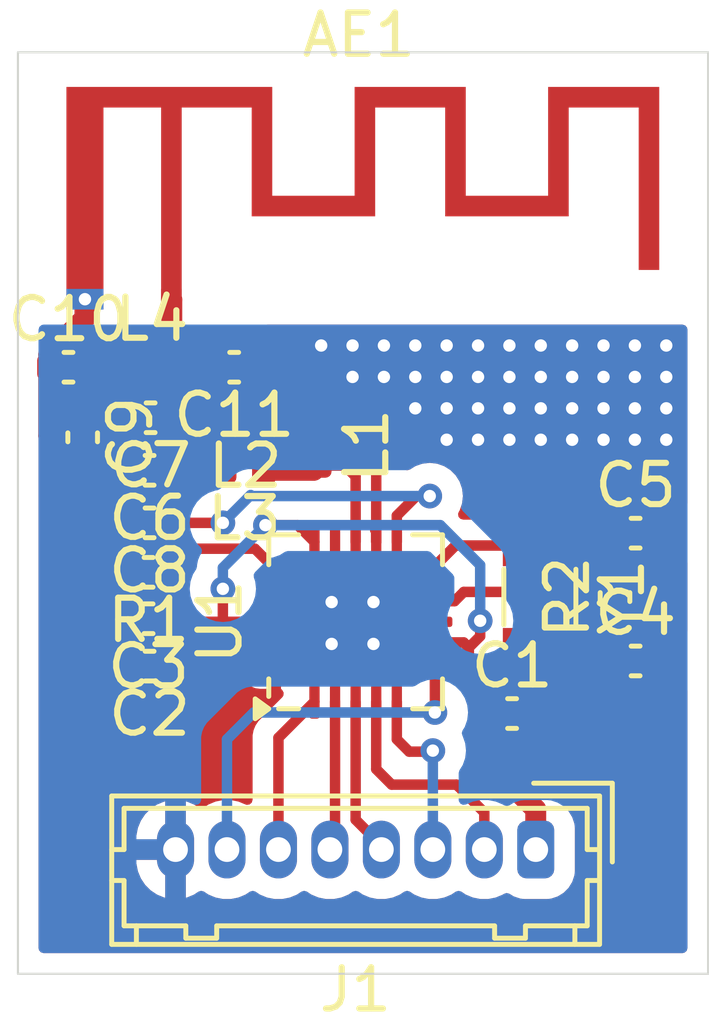
<source format=kicad_pcb>
(kicad_pcb (version 20240108) (generator "pcbnew") (generator_version "8.0")
  (layers (0 "F.Cu" signal) (31 "B.Cu" signal) (34 "B.Paste" user) (35 "F.Paste" user) (36 "B.SilkS" user "B.Silkscreen") (37 "F.SilkS" user "F.Silkscreen") (38 "B.Mask" user) (39 "F.Mask" user) (44 "Edge.Cuts" user))
  (net 0 "")
  (net 1 "Net-(AE1-A)")
  (net 2 "GND")
  (net 3 "VDD")
  (net 4 "Net-(U1-DVDD)")
  (net 5 "Net-(U1-XC2)")
  (net 6 "Net-(U1-XC1)")
  (net 7 "Net-(U1-VDD_PA)")
  (net 8 "Net-(C10-Pad2)")
  (net 9 "Net-(C7-Pad1)")
  (net 10 "Net-(J1-Pin_2)")
  (net 11 "Net-(J1-Pin_6)")
  (net 12 "Net-(J1-Pin_5)")
  (net 13 "Net-(J1-Pin_7)")
  (net 14 "Net-(J1-Pin_4)")
  (net 15 "Net-(J1-Pin_3)")
  (net 16 "Net-(U1-ANT1)")
  (net 17 "Net-(U1-ANT2)")
  (net 18 "Net-(U1-IREF)")
  (footprint "Capacitor_SMD:C_0402_1005Metric" (layer "F.Cu") (at 83.995 68.3 180)
    (property "Reference" "C7" (at 0 -1.16 360) (layer "F.SilkS"))
    (property "Value" "1p5")
    (fp_line (start -0.107836 0.36) (end 0.107836 0.36) (stroke (width 0.12)) (layer "F.SilkS"))
    (fp_line (start -0.107836 -0.36) (end 0.107836 -0.36) (stroke (width 0.12)) (layer "F.SilkS"))
    (pad "1" smd roundrect (at -0.48 0 180) (size 0.56 0.62) (layers "F.Cu" "F.Paste" "F.Mask") (net 9 "Net-(C7-Pad1)"))
    (pad "2" smd roundrect (at 0.48 0 180) (size 0.56 0.62) (layers "F.Cu" "F.Paste" "F.Mask") (net 8 "Net-(C10-Pad2)"))
  )
  (footprint "Capacitor_SMD:C_0402_1005Metric" (layer "F.Cu") (at 86.025 67.075 180)
    (property "Reference" "C11" (at 0 -1.16 360) (layer "F.SilkS"))
    (property "Value" "Cx")
    (fp_line (start -0.107836 0.36) (end 0.107836 0.36) (stroke (width 0.12)) (layer "F.SilkS"))
    (fp_line (start -0.107836 -0.36) (end 0.107836 -0.36) (stroke (width 0.12)) (layer "F.SilkS"))
    (pad "1" smd roundrect (at -0.48 0 180) (size 0.56 0.62) (layers "F.Cu" "F.Paste" "F.Mask") (net 2 "GND"))
    (pad "2" smd roundrect (at 0.48 0 180) (size 0.56 0.62) (layers "F.Cu" "F.Paste" "F.Mask") (net 1 "Net-(AE1-A)"))
  )
  (footprint "Capacitor_SMD:C_0402_1005Metric" (layer "F.Cu") (at 82 67.075)
    (property "Reference" "C10" (at 0 -1.16 360) (layer "F.SilkS"))
    (property "Value" "Cx")
    (fp_line (start -0.107836 -0.36) (end 0.107836 -0.36) (stroke (width 0.12)) (layer "F.SilkS"))
    (fp_line (start -0.107836 0.36) (end 0.107836 0.36) (stroke (width 0.12)) (layer "F.SilkS"))
    (pad "1" smd roundrect (at -0.48 0) (size 0.56 0.62) (layers "F.Cu" "F.Paste" "F.Mask") (net 2 "GND"))
    (pad "2" smd roundrect (at 0.48 0) (size 0.56 0.62) (layers "F.Cu" "F.Paste" "F.Mask") (net 8 "Net-(C10-Pad2)"))
  )
  (footprint "Inductor_SMD:L_0402_1005Metric" (layer "F.Cu") (at 86.27 69.575 180)
    (property "Reference" "L3" (at 0 -1.17 360) (layer "F.SilkS"))
    (property "Value" "2n7")
    (pad "1" smd roundrect (at -0.485 0 180) (size 0.59 0.64) (layers "F.Cu" "F.Paste" "F.Mask") (net 17 "Net-(U1-ANT2)"))
    (pad "2" smd roundrect (at 0.485 0 180) (size 0.59 0.64) (layers "F.Cu" "F.Paste" "F.Mask") (net 7 "Net-(U1-VDD_PA)"))
  )
  (footprint "Crystal:Crystal_SMD_3215-2Pin_3.2x1.5mm" (layer "F.Cu") (at 93.45 72.65 -90)
    (property "Reference" "Y1" (at 0 -2 90) (layer "F.SilkS"))
    (property "Value" "16MHz")
    (fp_line (start -0.675 0.875) (end 0.675 0.875) (stroke (width 0.12)) (layer "F.SilkS"))
    (fp_line (start -0.675 -0.875) (end 0.675 -0.875) (stroke (width 0.12)) (layer "F.SilkS"))
    (pad "1" smd rect (at 1.25 0 270) (size 1 1.8) (layers "F.Cu" "F.Paste" "F.Mask") (net 5 "Net-(U1-XC2)"))
    (pad "2" smd rect (at -1.25 0 270) (size 1 1.8) (layers "F.Cu" "F.Paste" "F.Mask") (net 6 "Net-(U1-XC1)"))
  )
  (footprint "Inductor_SMD:L_0402_1005Metric" (layer "F.Cu") (at 88.07 68.975 -90)
    (property "Reference" "L1" (at 0 -1.17 90) (layer "F.SilkS"))
    (property "Value" "8n2")
    (pad "1" smd roundrect (at -0.485 0 270) (size 0.59 0.64) (layers "F.Cu" "F.Paste" "F.Mask") (net 16 "Net-(U1-ANT1)"))
    (pad "2" smd roundrect (at 0.485 0 270) (size 0.59 0.64) (layers "F.Cu" "F.Paste" "F.Mask") (net 17 "Net-(U1-ANT2)"))
  )
  (footprint "Capacitor_SMD:C_0402_1005Metric" (layer "F.Cu") (at 83.97 74.325 180)
    (property "Reference" "C2" (at 0 -1.16 360) (layer "F.SilkS"))
    (property "Value" "33n")
    (fp_line (start -0.107836 0.36) (end 0.107836 0.36) (stroke (width 0.12)) (layer "F.SilkS"))
    (fp_line (start -0.107836 -0.36) (end 0.107836 -0.36) (stroke (width 0.12)) (layer "F.SilkS"))
    (pad "1" smd roundrect (at -0.48 0 180) (size 0.56 0.62) (layers "F.Cu" "F.Paste" "F.Mask") (net 4 "Net-(U1-DVDD)"))
    (pad "2" smd roundrect (at 0.48 0 180) (size 0.56 0.62) (layers "F.Cu" "F.Paste" "F.Mask") (net 2 "GND"))
  )
  (footprint "Capacitor_SMD:C_0402_1005Metric" (layer "F.Cu") (at 83.945 73.175 180)
    (property "Reference" "C3" (at 0 -1.16 360) (layer "F.SilkS"))
    (property "Value" "1n")
    (fp_line (start -0.107836 0.36) (end 0.107836 0.36) (stroke (width 0.12)) (layer "F.SilkS"))
    (fp_line (start -0.107836 -0.36) (end 0.107836 -0.36) (stroke (width 0.12)) (layer "F.SilkS"))
    (pad "1" smd roundrect (at -0.48 0 180) (size 0.56 0.62) (layers "F.Cu" "F.Paste" "F.Mask") (net 3 "VDD"))
    (pad "2" smd roundrect (at 0.48 0 180) (size 0.56 0.62) (layers "F.Cu" "F.Paste" "F.Mask") (net 2 "GND"))
  )
  (footprint "Package_DFN_QFN:QFN-20-1EP_4x4mm_P0.5mm_EP2.5x2.5mm" (layer "F.Cu") (at 88.975 73.25 90)
    (property "Reference" "U1" (at 0 -3.3 90) (layer "F.SilkS"))
    (property "Value" "NRF24L01")
    (fp_line (start 2.11 -2.11) (end 2.11 -1.385) (stroke (width 0.12)) (layer "F.SilkS"))
    (fp_line (start 1.385 -2.11) (end 2.11 -2.11) (stroke (width 0.12)) (layer "F.SilkS"))
    (fp_line (start -1.385 -2.11) (end -1.81 -2.11) (stroke (width 0.12)) (layer "F.SilkS"))
    (fp_line (start -2.11 -1.385) (end -2.11 -1.87) (stroke (width 0.12)) (layer "F.SilkS"))
    (fp_line (start 2.11 2.11) (end 2.11 1.385) (stroke (width 0.12)) (layer "F.SilkS"))
    (fp_line (start 1.385 2.11) (end 2.11 2.11) (stroke (width 0.12)) (layer "F.SilkS"))
    (fp_line (start -1.385 2.11) (end -2.11 2.11) (stroke (width 0.12)) (layer "F.SilkS"))
    (fp_line (start -2.11 2.11) (end -2.11 1.385) (stroke (width 0.12)) (layer "F.SilkS"))
    (fp_poly (pts (xy -2.11 -2.11) (xy -2.35 -2.44) (xy -1.87 -2.44) (xy -2.11 -2.11)) (stroke (width 0.12)) (fill solid) (layer "F.SilkS"))
    (pad "1" smd roundrect (at -1.9375 -1 90) (size 0.825 0.25) (layers "F.Cu" "F.Paste" "F.Mask") (net 11 "Net-(J1-Pin_6)"))
    (pad "2" smd roundrect (at -1.9375 -0.5 90) (size 0.825 0.25) (layers "F.Cu" "F.Paste" "F.Mask") (net 12 "Net-(J1-Pin_5)"))
    (pad "3" smd roundrect (at -1.9375 0 90) (size 0.825 0.25) (layers "F.Cu" "F.Paste" "F.Mask") (net 14 "Net-(J1-Pin_4)"))
    (pad "4" smd roundrect (at -1.9375 0.5 90) (size 0.825 0.25) (layers "F.Cu" "F.Paste" "F.Mask") (net 10 "Net-(J1-Pin_2)"))
    (pad "5" smd roundrect (at -1.9375 1 90) (size 0.825 0.25) (layers "F.Cu" "F.Paste" "F.Mask") (net 15 "Net-(J1-Pin_3)"))
    (pad "6" smd roundrect (at -1 1.9375 90) (size 0.25 0.825) (layers "F.Cu" "F.Paste" "F.Mask") (net 13 "Net-(J1-Pin_7)"))
    (pad "7" smd roundrect (at -0.5 1.9375 90) (size 0.25 0.825) (layers "F.Cu" "F.Paste" "F.Mask") (net 3 "VDD"))
    (pad "8" smd roundrect (at 0 1.9375 90) (size 0.25 0.825) (layers "F.Cu" "F.Paste" "F.Mask") (net 2 "GND"))
    (pad "9" smd roundrect (at 0.5 1.9375 90) (size 0.25 0.825) (layers "F.Cu" "F.Paste" "F.Mask") (net 5 "Net-(U1-XC2)"))
    (pad "10" smd roundrect (at 1 1.9375 90) (size 0.25 0.825) (layers "F.Cu" "F.Paste" "F.Mask") (net 6 "Net-(U1-XC1)"))
    (pad "11" smd roundrect (at 1.9375 1 90) (size 0.825 0.25) (layers "F.Cu" "F.Paste" "F.Mask") (net 7 "Net-(U1-VDD_PA)"))
    (pad "12" smd roundrect (at 1.9375 0.5 90) (size 0.825 0.25) (layers "F.Cu" "F.Paste" "F.Mask") (net 16 "Net-(U1-ANT1)"))
    (pad "13" smd roundrect (at 1.9375 0 90) (size 0.825 0.25) (layers "F.Cu" "F.Paste" "F.Mask") (net 17 "Net-(U1-ANT2)"))
    (pad "14" smd roundrect (at 1.9375 -0.5 90) (size 0.825 0.25) (layers "F.Cu" "F.Paste" "F.Mask") (net 2 "GND"))
    (pad "15" smd roundrect (at 1.9375 -1 90) (size 0.825 0.25) (layers "F.Cu" "F.Paste" "F.Mask") (net 3 "VDD"))
    (pad "16" smd roundrect (at 1 -1.9375 90) (size 0.25 0.825) (layers "F.Cu" "F.Paste" "F.Mask") (net 18 "Net-(U1-IREF)"))
    (pad "17" smd roundrect (at 0.5 -1.9375 90) (size 0.25 0.825) (layers "F.Cu" "F.Paste" "F.Mask") (net 2 "GND"))
    (pad "18" smd roundrect (at 0 -1.9375 90) (size 0.25 0.825) (layers "F.Cu" "F.Paste" "F.Mask") (net 3 "VDD"))
    (pad "19" smd roundrect (at -0.5 -1.9375 90) (size 0.25 0.825) (layers "F.Cu" "F.Paste" "F.Mask") (net 4 "Net-(U1-DVDD)"))
    (pad "20" smd roundrect (at -1 -1.9375 90) (size 0.25 0.825) (layers "F.Cu" "F.Paste" "F.Mask") (net 2 "GND"))
    (pad "21" smd rect (at 0 0 90) (size 2.5 2.5) (property pad_prop_heatsink) (layers "F.Cu" "F.Mask"))
  )
  (footprint "Inductor_SMD:L_0402_1005Metric" (layer "F.Cu") (at 86.295 68.3 180)
    (property "Reference" "L2" (at 0 -1.17 360) (layer "F.SilkS"))
    (property "Value" "3n9")
    (pad "1" smd roundrect (at -0.485 0 180) (size 0.59 0.64) (layers "F.Cu" "F.Paste" "F.Mask") (net 16 "Net-(U1-ANT1)"))
    (pad "2" smd roundrect (at 0.485 0 180) (size 0.59 0.64) (layers "F.Cu" "F.Paste" "F.Mask") (net 9 "Net-(C7-Pad1)"))
  )
  (footprint "Inductor_SMD:L_0402_1005Metric" (layer "F.Cu") (at 84.025 67.075)
    (property "Reference" "L4" (at 0 -1.17 360) (layer "F.SilkS"))
    (property "Value" "Lx")
    (pad "1" smd roundrect (at -0.485 0) (size 0.59 0.64) (layers "F.Cu" "F.Paste" "F.Mask") (net 8 "Net-(C10-Pad2)"))
    (pad "2" smd roundrect (at 0.485 0) (size 0.59 0.64) (layers "F.Cu" "F.Paste" "F.Mask") (net 1 "Net-(AE1-A)"))
  )
  (footprint "Capacitor_SMD:C_0402_1005Metric" (layer "F.Cu") (at 83.97 69.575 180)
    (property "Reference" "C6" (at 0 -1.16 360) (layer "F.SilkS"))
    (property "Value" "2p2")
    (fp_line (start -0.107836 0.36) (end 0.107836 0.36) (stroke (width 0.12)) (layer "F.SilkS"))
    (fp_line (start -0.107836 -0.36) (end 0.107836 -0.36) (stroke (width 0.12)) (layer "F.SilkS"))
    (pad "1" smd roundrect (at -0.48 0 180) (size 0.56 0.62) (layers "F.Cu" "F.Paste" "F.Mask") (net 7 "Net-(U1-VDD_PA)"))
    (pad "2" smd roundrect (at 0.48 0 180) (size 0.56 0.62) (layers "F.Cu" "F.Paste" "F.Mask") (net 2 "GND"))
  )
  (footprint "Capacitor_SMD:C_0402_1005Metric" (layer "F.Cu") (at 82.345 68.775 -90)
    (property "Reference" "C9" (at 0 -1.16 90) (layer "F.SilkS"))
    (property "Value" "1p")
    (fp_line (start -0.107836 0.36) (end 0.107836 0.36) (stroke (width 0.12)) (layer "F.SilkS"))
    (fp_line (start -0.107836 -0.36) (end 0.107836 -0.36) (stroke (width 0.12)) (layer "F.SilkS"))
    (pad "1" smd roundrect (at -0.48 0 270) (size 0.56 0.62) (layers "F.Cu" "F.Paste" "F.Mask") (net 8 "Net-(C10-Pad2)"))
    (pad "2" smd roundrect (at 0.48 0 270) (size 0.56 0.62) (layers "F.Cu" "F.Paste" "F.Mask") (net 2 "GND"))
  )
  (footprint "Capacitor_SMD:C_0402_1005Metric" (layer "F.Cu") (at 95.775 71.1)
    (property "Reference" "C5" (at 0 -1.16 0) (layer "F.SilkS"))
    (property "Value" "22p")
    (fp_line (start -0.107836 -0.36) (end 0.107836 -0.36) (stroke (width 0.12)) (layer "F.SilkS"))
    (fp_line (start -0.107836 0.36) (end 0.107836 0.36) (stroke (width 0.12)) (layer "F.SilkS"))
    (pad "1" smd roundrect (at -0.48 0) (size 0.56 0.62) (layers "F.Cu" "F.Paste" "F.Mask") (net 6 "Net-(U1-XC1)"))
    (pad "2" smd roundrect (at 0.48 0) (size 0.56 0.62) (layers "F.Cu" "F.Paste" "F.Mask") (net 2 "GND"))
  )
  (footprint "Connector_Hirose:Hirose_DF13-08P-1.25DSA_1x08_P1.25mm_Vertical" (layer "F.Cu") (at 93.35 78.775 180)
    (property "Reference" "J1" (at 4.38 -3.4 360) (layer "F.SilkS"))
    (property "Value" "Conn_01x08_Pin")
    (fp_line (start 10.3 1.3) (end 10.3 -2.3) (stroke (width 0.12)) (layer "F.SilkS"))
    (fp_line (start 10.3 -0.75) (end 10 -0.75) (stroke (width 0.12)) (layer "F.SilkS"))
    (fp_line (start 10.3 -2.3) (end -1.55 -2.3) (stroke (width 0.12)) (layer "F.SilkS"))
    (fp_line (start 10 1) (end 10 0) (stroke (width 0.12)) (layer "F.SilkS"))
    (fp_line (start 10 0) (end 10.3 0) (stroke (width 0.12)) (layer "F.SilkS"))
    (fp_line (start 10 -0.75) (end 10 -1.85) (stroke (width 0.12)) (layer "F.SilkS"))
    (fp_line (start 10 -1.85) (end 9.7 -1.85) (stroke (width 0.12)) (layer "F.SilkS"))
    (fp_line (start 9.7 -1.85) (end 9.7 -2.3) (stroke (width 0.12)) (layer "F.SilkS"))
    (fp_line (start 8.5 -1.85) (end 9.7 -1.85) (stroke (width 0.12)) (layer "F.SilkS"))
    (fp_line (start 8.5 -2.15) (end 8.5 -1.85) (stroke (width 0.12)) (layer "F.SilkS"))
    (fp_line (start 7.75 -1.85) (end 7.75 -2.15) (stroke (width 0.12)) (layer "F.SilkS"))
    (fp_line (start 7.75 -2.15) (end 8.5 -2.15) (stroke (width 0.12)) (layer "F.SilkS"))
    (fp_line (start 1 -1.85) (end 7.75 -1.85) (stroke (width 0.12)) (layer "F.SilkS"))
    (fp_line (start 1 -2.15) (end 1 -1.85) (stroke (width 0.12)) (layer "F.SilkS"))
    (fp_line (start 0.25 -1.85) (end 0.25 -2.15) (stroke (width 0.12)) (layer "F.SilkS"))
    (fp_line (start 0.25 -2.15) (end 1 -2.15) (stroke (width 0.12)) (layer "F.SilkS"))
    (fp_line (start -0.95 -1.85) (end 0.25 -1.85) (stroke (width 0.12)) (layer "F.SilkS"))
    (fp_line (start -0.95 -1.85) (end -0.95 -2.3) (stroke (width 0.12)) (layer "F.SilkS"))
    (fp_line (start -1.25 1) (end 10 1) (stroke (width 0.12)) (layer "F.SilkS"))
    (fp_line (start -1.25 0) (end -1.25 1) (stroke (width 0.12)) (layer "F.SilkS"))
    (fp_line (start -1.25 -0.75) (end -1.25 -1.85) (stroke (width 0.12)) (layer "F.SilkS"))
    (fp_line (start -1.25 -1.85) (end -0.95 -1.85) (stroke (width 0.12)) (layer "F.SilkS"))
    (fp_line (start -1.55 1.3) (end 10.3 1.3) (stroke (width 0.12)) (layer "F.SilkS"))
    (fp_line (start -1.55 0) (end -1.25 0) (stroke (width 0.12)) (layer "F.SilkS"))
    (fp_line (start -1.55 -0.75) (end -1.25 -0.75) (stroke (width 0.12)) (layer "F.SilkS"))
    (fp_line (start -1.55 -2.3) (end -1.55 1.3) (stroke (width 0.12)) (layer "F.SilkS"))
    (fp_line (start -1.86 1.61) (end 0.05 1.61) (stroke (width 0.12)) (layer "F.SilkS"))
    (fp_line (start -1.86 -0.3) (end -1.86 1.61) (stroke (width 0.12)) (layer "F.SilkS"))
    (pad "1" thru_hole roundrect (at 0 0 180) (size 0.9 1.4) (drill 0.6) (layers "*.Cu" "*.Mask") (net 3 "VDD"))
    (pad "2" thru_hole oval (at 1.25 0 180) (size 0.9 1.4) (drill 0.6) (layers "*.Cu" "*.Mask") (net 10 "Net-(J1-Pin_2)"))
    (pad "3" thru_hole oval (at 2.5 0 180) (size 0.9 1.4) (drill 0.6) (layers "*.Cu" "*.Mask") (net 15 "Net-(J1-Pin_3)"))
    (pad "4" thru_hole oval (at 3.75 0 180) (size 0.9 1.4) (drill 0.6) (layers "*.Cu" "*.Mask") (net 14 "Net-(J1-Pin_4)"))
    (pad "5" thru_hole oval (at 5 0 180) (size 0.9 1.4) (drill 0.6) (layers "*.Cu" "*.Mask") (net 12 "Net-(J1-Pin_5)"))
    (pad "6" thru_hole oval (at 6.25 0 180) (size 0.9 1.4) (drill 0.6) (layers "*.Cu" "*.Mask") (net 11 "Net-(J1-Pin_6)"))
    (pad "7" thru_hole oval (at 7.5 0 180) (size 0.9 1.4) (drill 0.6) (layers "*.Cu" "*.Mask") (net 13 "Net-(J1-Pin_7)"))
    (pad "8" thru_hole oval (at 8.75 0 180) (size 0.9 1.4) (drill 0.6) (layers "*.Cu" "*.Mask") (net 2 "GND"))
  )
  (footprint "Capacitor_SMD:C_0402_1005Metric" (layer "F.Cu") (at 83.97 70.85 180)
    (property "Reference" "C8" (at 0 -1.16 360) (layer "F.SilkS"))
    (property "Value" "4p7")
    (fp_line (start -0.107836 0.36) (end 0.107836 0.36) (stroke (width 0.12)) (layer "F.SilkS"))
    (fp_line (start -0.107836 -0.36) (end 0.107836 -0.36) (stroke (width 0.12)) (layer "F.SilkS"))
    (pad "1" smd roundrect (at -0.48 0 180) (size 0.56 0.62) (layers "F.Cu" "F.Paste" "F.Mask") (net 7 "Net-(U1-VDD_PA)"))
    (pad "2" smd roundrect (at 0.48 0 180) (size 0.56 0.62) (layers "F.Cu" "F.Paste" "F.Mask") (net 2 "GND"))
  )
  (footprint "Capacitor_SMD:C_0402_1005Metric" (layer "F.Cu") (at 95.775 74.2)
    (property "Reference" "C4" (at 0 -1.16 0) (layer "F.SilkS"))
    (property "Value" "22p")
    (fp_line (start -0.107836 -0.36) (end 0.107836 -0.36) (stroke (width 0.12)) (layer "F.SilkS"))
    (fp_line (start -0.107836 0.36) (end 0.107836 0.36) (stroke (width 0.12)) (layer "F.SilkS"))
    (pad "1" smd roundrect (at -0.48 0) (size 0.56 0.62) (layers "F.Cu" "F.Paste" "F.Mask") (net 5 "Net-(U1-XC2)"))
    (pad "2" smd roundrect (at 0.48 0) (size 0.56 0.62) (layers "F.Cu" "F.Paste" "F.Mask") (net 2 "GND"))
  )
  (footprint "Capacitor_SMD:C_0402_1005Metric" (layer "F.Cu") (at 83.945 72.05 180)
    (property "Reference" "R1" (at 0 -1.16 360) (layer "F.SilkS"))
    (property "Value" "22K")
    (fp_line (start -0.107836 0.36) (end 0.107836 0.36) (stroke (width 0.12)) (layer "F.SilkS"))
    (fp_line (start -0.107836 -0.36) (end 0.107836 -0.36) (stroke (width 0.12)) (layer "F.SilkS"))
    (pad "1" smd roundrect (at -0.48 0 180) (size 0.56 0.62) (layers "F.Cu" "F.Paste" "F.Mask") (net 18 "Net-(U1-IREF)"))
    (pad "2" smd roundrect (at 0.48 0 180) (size 0.56 0.62) (layers "F.Cu" "F.Paste" "F.Mask") (net 2 "GND"))
  )
  (footprint "Capacitor_SMD:C_0402_1005Metric" (layer "F.Cu") (at 95.275 72.65 90)
    (property "Reference" "R2" (at 0 -1.16 90) (layer "F.SilkS"))
    (property "Value" "10M")
    (fp_line (start -0.107836 -0.36) (end 0.107836 -0.36) (stroke (width 0.12)) (layer "F.SilkS"))
    (fp_line (start -0.107836 0.36) (end 0.107836 0.36) (stroke (width 0.12)) (layer "F.SilkS"))
    (pad "1" smd roundrect (at -0.48 0 90) (size 0.56 0.62) (layers "F.Cu" "F.Paste" "F.Mask") (net 5 "Net-(U1-XC2)"))
    (pad "2" smd roundrect (at 0.48 0 90) (size 0.56 0.62) (layers "F.Cu" "F.Paste" "F.Mask") (net 6 "Net-(U1-XC1)"))
  )
  (footprint "RF_Antenna:Texas_SWRA117D_2.4GHz_Right" (layer "F.Cu") (at 84.5 65.425)
    (property "Reference" "AE1" (at 4.55 -6.41 0) (layer "F.SilkS"))
    (property "Value" "Antenna")
    (fp_poly (pts (xy 2.45 -2.51) (xy 4.45 -2.51) (xy 4.45 -5.15) (xy 7.15 -5.15) (xy 7.15 -2.51) (xy 9.15 -2.51) (xy 9.15 -5.15) (xy 11.85 -5.15) (xy 11.85 -0.71) (xy 11.35 -0.71) (xy 11.35 -4.65) (xy 9.65 -4.65) (xy 9.65 -2.01) (xy 6.65 -2.01) (xy 6.65 -4.65) (xy 4.95 -4.65) (xy 4.95 -2.01) (xy 1.95 -2.01) (xy 1.95 -4.65) (xy 0.25 -4.65) (xy 0.25 0.25) (xy -0.25 0.25) (xy -0.25 -4.65) (xy -1.65 -4.65) (xy -1.65 0.25) (xy -2.55 0.25) (xy -2.55 0.006785) (xy -2.247583 0.006785) (xy -2.237742 0.054395) (xy -2.213674 0.096797) (xy -2.175731 0.129581) (xy -2.167819 0.133935) (xy -2.125156 0.146043) (xy -2.076637 0.1453) (xy -2.031122 0.1324) (xy -2.012511 0.121787) (xy -1.978868 0.086553) (xy -1.958309 0.041368) (xy -1.951778 -0.008158) (xy -1.960218 -0.056417) (xy -1.977112 -0.088643) (xy -2.012372 -0.121313) (xy -2.057682 -0.141408) (xy -2.107267 -0.147982) (xy -2.155353 -0.140092) (xy -2.188245 -0.123186) (xy -2.223185 -0.086416) (xy -2.242847 -0.041622) (xy -2.247583 0.006785) (xy -2.55 0.006785) (xy -2.55 -5.15) (xy 2.45 -5.15) (xy 2.45 -2.51)) (fill solid) (layer "F.Cu"))
    (pad "1" connect rect (at 0 0) (size 0.5 0.5) (layers "F.Cu") (net 1 "Net-(AE1-A)"))
    (pad "2" thru_hole rect (at -2.1 0) (size 0.9 0.5) (drill 0.3) (layers "*.Cu") (net 2 "GND"))
  )
  (footprint "Capacitor_SMD:C_0402_1005Metric" (layer "F.Cu") (at 92.775 75.475)
    (property "Reference" "C1" (at 0 -1.16 360) (layer "F.SilkS"))
    (property "Value" "10n")
    (fp_line (start -0.107836 -0.36) (end 0.107836 -0.36) (stroke (width 0.12)) (layer "F.SilkS"))
    (fp_line (start -0.107836 0.36) (end 0.107836 0.36) (stroke (width 0.12)) (layer "F.SilkS"))
    (pad "1" smd roundrect (at -0.48 0) (size 0.56 0.62) (layers "F.Cu" "F.Paste" "F.Mask") (net 3 "VDD"))
    (pad "2" smd roundrect (at 0.48 0) (size 0.56 0.62) (layers "F.Cu" "F.Paste" "F.Mask") (net 2 "GND"))
  )
  (gr_line (start 87.9856 74.2442) (end 86.9696 74.2442) (stroke (width 0.2)) (layer "F.Cu") (net 2))
  (gr_line (start 88.4682 71.3486) (end 88.4682 72.3646) (stroke (width 0.2)) (layer "F.Cu") (net 2))
  (gr_line (start 90.7796 73.2536) (end 89.7636 73.2536) (stroke (width 0.2)) (layer "F.Cu") (net 2))
  (gr_line (start 86.9696 72.7456) (end 87.9856 72.7456) (stroke (width 0.2)) (layer "F.Cu") (net 2))
  (gr_line (start 97.536 59.436) (end 97.536 81.788) (stroke (width 0.05)) (layer "Edge.Cuts"))
  (gr_line (start 97.536 81.788) (end 80.772 81.788) (stroke (width 0.05)) (layer "Edge.Cuts"))
  (gr_line (start 80.772 59.436) (end 97.536 59.436) (stroke (width 0.05)) (layer "Edge.Cuts"))
  (gr_line (start 80.772 81.788) (end 80.772 59.436) (stroke (width 0.05)) (layer "Edge.Cuts"))
  (segment (start 84.51 65.435) (end 84.5 65.425) (width 0.508) (layer "F.Cu") (net 1))
  (segment (start 84.51 67.075) (end 85.545 67.075) (width 0.508) (layer "F.Cu") (net 1))
  (segment (start 84.51 67.075) (end 84.51 65.435) (width 0.508) (layer "F.Cu") (net 1))
  (segment (start 82.4 65.425) (end 82.4 65.8852) (width 0.508) (layer "F.Cu") (net 2))
  (segment (start 82.035001 69.255) (end 82.345 69.255) (width 0.254) (layer "F.Cu") (net 2))
  (segment (start 81.52 66.7652) (end 81.52 67.075) (width 0.508) (layer "F.Cu") (net 2))
  (segment (start 81.52 67.075) (end 81.52 68.739999) (width 0.508) (layer "F.Cu") (net 2))
  (segment (start 82.4 65.8852) (end 81.52 66.7652) (width 0.508) (layer "F.Cu") (net 2))
  (segment (start 81.52 68.739999) (end 82.035001 69.255) (width 0.508) (layer "F.Cu") (net 2))
  (via (at 89.408 73.787) (size 0.6) (drill 0.3) (layers "F.Cu" "B.Cu") (net 2))
  (via (at 88.138 66.548) (size 0.6) (drill 0.3) (layers "F.Cu" "B.Cu") (net 2))
  (via (at 94.234 68.834) (size 0.6) (drill 0.3) (layers "F.Cu" "B.Cu") (net 2))
  (via (at 90.424 67.31) (size 0.6) (drill 0.3) (layers "F.Cu" "B.Cu") (net 2))
  (via (at 96.52 68.072) (size 0.6) (drill 0.3) (layers "F.Cu" "B.Cu") (net 2))
  (via (at 91.186 68.072) (size 0.6) (drill 0.3) (layers "F.Cu" "B.Cu") (net 2))
  (via (at 96.52 67.31) (size 0.6) (drill 0.3) (layers "F.Cu" "B.Cu") (net 2))
  (via (at 93.472 68.834) (size 0.6) (drill 0.3) (layers "F.Cu" "B.Cu") (net 2))
  (via (at 91.186 68.834) (size 0.6) (drill 0.3) (layers "F.Cu" "B.Cu") (net 2))
  (via (at 96.52 66.548) (size 0.6) (drill 0.3) (layers "F.Cu" "B.Cu") (net 2))
  (via (at 92.71 67.31) (size 0.6) (drill 0.3) (layers "F.Cu" "B.Cu") (net 2))
  (via (at 91.948 68.834) (size 0.6) (drill 0.3) (layers "F.Cu" "B.Cu") (net 2))
  (via (at 89.408 72.771) (size 0.6) (drill 0.3) (layers "F.Cu" "B.Cu") (net 2))
  (via (at 94.234 68.072) (size 0.6) (drill 0.3) (layers "F.Cu" "B.Cu") (net 2))
  (via (at 88.392 73.787) (size 0.6) (drill 0.3) (layers "F.Cu" "B.Cu") (net 2))
  (via (at 95.758 68.072) (size 0.6) (drill 0.3) (layers "F.Cu" "B.Cu") (net 2))
  (via (at 94.234 66.548) (size 0.6) (drill 0.3) (layers "F.Cu" "B.Cu") (net 2))
  (via (at 95.758 67.31) (size 0.6) (drill 0.3) (layers "F.Cu" "B.Cu") (net 2))
  (via (at 90.424 68.072) (size 0.6) (drill 0.3) (layers "F.Cu" "B.Cu") (net 2))
  (via (at 92.71 68.072) (size 0.6) (drill 0.3) (layers "F.Cu" "B.Cu") (net 2))
  (via (at 90.424 66.548) (size 0.6) (drill 0.3) (layers "F.Cu" "B.Cu") (net 2))
  (via (at 93.472 66.548) (size 0.6) (drill 0.3) (layers "F.Cu" "B.Cu") (net 2))
  (via (at 91.948 66.548) (size 0.6) (drill 0.3) (layers "F.Cu" "B.Cu") (net 2))
  (via (at 96.52 68.834) (size 0.6) (drill 0.3) (layers "F.Cu" "B.Cu") (net 2))
  (via (at 94.996 66.548) (size 0.6) (drill 0.3) (layers "F.Cu" "B.Cu") (net 2))
  (via (at 94.996 67.31) (size 0.6) (drill 0.3) (layers "F.Cu" "B.Cu") (net 2))
  (via (at 94.996 68.072) (size 0.6) (drill 0.3) (layers "F.Cu" "B.Cu") (net 2))
  (via (at 94.996 68.834) (size 0.6) (drill 0.3) (layers "F.Cu" "B.Cu") (net 2))
  (via (at 91.186 67.31) (size 0.6) (drill 0.3) (layers "F.Cu" "B.Cu") (net 2))
  (via (at 91.186 66.548) (size 0.6) (drill 0.3) (layers "F.Cu" "B.Cu") (net 2))
  (via (at 93.472 68.072) (size 0.6) (drill 0.3) (layers "F.Cu" "B.Cu") (net 2))
  (via (at 95.758 66.548) (size 0.6) (drill 0.3) (layers "F.Cu" "B.Cu") (net 2))
  (via (at 91.948 68.072) (size 0.6) (drill 0.3) (layers "F.Cu" "B.Cu") (net 2))
  (via (at 92.71 66.548) (size 0.6) (drill 0.3) (layers "F.Cu" "B.Cu") (net 2))
  (via (at 89.662 67.31) (size 0.6) (drill 0.3) (layers "F.Cu" "B.Cu") (net 2))
  (via (at 89.662 66.548) (size 0.6) (drill 0.3) (layers "F.Cu" "B.Cu") (net 2))
  (via (at 95.758 68.834) (size 0.6) (drill 0.3) (layers "F.Cu" "B.Cu") (net 2))
  (via (at 94.234 67.31) (size 0.6) (drill 0.3) (layers "F.Cu" "B.Cu") (net 2))
  (via (at 88.392 72.771) (size 0.6) (drill 0.3) (layers "F.Cu" "B.Cu") (net 2))
  (via (at 93.472 67.31) (size 0.6) (drill 0.3) (layers "F.Cu" "B.Cu") (net 2))
  (via (at 91.948 67.31) (size 0.6) (drill 0.3) (layers "F.Cu" "B.Cu") (net 2))
  (via (at 88.9 66.548) (size 0.6) (drill 0.3) (layers "F.Cu" "B.Cu") (net 2))
  (via (at 92.71 68.834) (size 0.6) (drill 0.3) (layers "F.Cu" "B.Cu") (net 2))
  (via (at 88.9 67.31) (size 0.6) (drill 0.3) (layers "F.Cu" "B.Cu") (net 2))
  (segment (start 87.56757 70.90507) (end 87.975 71.3125) (width 0.254) (layer "F.Cu") (net 3))
  (segment (start 86.783954 70.90507) (end 87.56757 70.90507) (width 0.254) (layer "F.Cu") (net 3))
  (segment (start 91.725 74.905) (end 92.295 75.475) (width 0.254) (layer "F.Cu") (net 3))
  (segment (start 91.6 73.75) (end 91.725 73.875) (width 0.254) (layer "F.Cu") (net 3))
  (segment (start 84.425 73.175) (end 84.5 73.25) (width 0.254) (layer "F.Cu") (net 3))
  (segment (start 93.35 77.8) (end 92.295 76.745) (width 0.508) (layer "F.Cu") (net 3))
  (segment (start 92 73.6) (end 91.725 73.875) (width 0.254) (layer "F.Cu") (net 3))
  (segment (start 92.295 76.745) (end 92.295 75.475) (width 0.508) (layer "F.Cu") (net 3))
  (segment (start 92 73.225) (end 92 73.6) (width 0.254) (layer "F.Cu") (net 3))
  (segment (start 93.35 78.775) (end 93.35 77.8) (width 0.508) (layer "F.Cu") (net 3))
  (segment (start 91.725 73.875) (end 91.725 74.905) (width 0.254) (layer "F.Cu") (net 3))
  (segment (start 90.9125 73.75) (end 91.6 73.75) (width 0.254) (layer "F.Cu") (net 3))
  (segment (start 85.75 73.25) (end 87.0375 73.25) (width 0.254) (layer "F.Cu") (net 3))
  (segment (start 85.75 73.25) (end 85.75 72.45) (width 0.254) (layer "F.Cu") (net 3))
  (segment (start 84.5 73.25) (end 85.75 73.25) (width 0.254) (layer "F.Cu") (net 3))
  (via (at 85.75 72.45) (size 0.6) (drill 0.3) (layers "F.Cu" "B.Cu") (net 3))
  (via (at 86.783954 70.90507) (size 0.6) (drill 0.3) (layers "F.Cu" "B.Cu") (net 3))
  (via (at 92 73.225) (size 0.6) (drill 0.3) (layers "F.Cu" "B.Cu") (net 3))
  (segment (start 85.75 72.45) (end 85.75 71.939024) (width 0.254) (layer "B.Cu") (net 3))
  (segment (start 86.783954 70.90507) (end 91.03007 70.90507) (width 0.254) (layer "B.Cu") (net 3))
  (segment (start 85.75 71.939024) (end 86.783954 70.90507) (width 0.254) (layer "B.Cu") (net 3))
  (segment (start 92 71.875) (end 92 73.225) (width 0.254) (layer "B.Cu") (net 3))
  (segment (start 91.03007 70.90507) (end 92 71.875) (width 0.254) (layer "B.Cu") (net 3))
  (segment (start 85.9 73.75) (end 85.325 74.325) (width 0.254) (layer "F.Cu") (net 4))
  (segment (start 85.325 74.325) (end 84.45 74.325) (width 0.254) (layer "F.Cu") (net 4))
  (segment (start 87.0375 73.75) (end 85.9 73.75) (width 0.254) (layer "F.Cu") (net 4))
  (segment (start 93.45 72.85) (end 93.45 73.9) (width 0.254) (layer "F.Cu") (net 5))
  (segment (start 93.45 73.9) (end 94.995 73.9) (width 0.508) (layer "F.Cu") (net 5))
  (segment (start 90.9125 72.75) (end 91.377568 72.75) (width 0.254) (layer "F.Cu") (net 5))
  (segment (start 93.125 72.525) (end 93.45 72.85) (width 0.254) (layer "F.Cu") (net 5))
  (segment (start 94.995 73.9) (end 95.295 74.2) (width 0.508) (layer "F.Cu") (net 5))
  (segment (start 91.602568 72.525) (end 93.125 72.525) (width 0.254) (layer "F.Cu") (net 5))
  (segment (start 91.377568 72.75) (end 91.602568 72.525) (width 0.254) (layer "F.Cu") (net 5))
  (segment (start 95.275 74.18) (end 95.295 74.2) (width 0.508) (layer "F.Cu") (net 5))
  (segment (start 95.275 73.13) (end 95.275 74.18) (width 0.508) (layer "F.Cu") (net 5))
  (segment (start 95.275 71.12) (end 95.295 71.1) (width 0.508) (layer "F.Cu") (net 6))
  (segment (start 90.9125 71.8875) (end 91.4 71.4) (width 0.254) (layer "F.Cu") (net 6))
  (segment (start 93.75 71.1) (end 93.45 71.4) (width 0.508) (layer "F.Cu") (net 6))
  (segment (start 90.9125 72.25) (end 90.9125 71.8875) (width 0.254) (layer "F.Cu") (net 6))
  (segment (start 91.4 71.4) (end 93.45 71.4) (width 0.254) (layer "F.Cu") (net 6))
  (segment (start 95.295 71.1) (end 93.75 71.1) (width 0.508) (layer "F.Cu") (net 6))
  (segment (start 95.275 72.17) (end 95.275 71.12) (width 0.508) (layer "F.Cu") (net 6))
  (segment (start 85.785 69.575) (end 84.45 69.575) (width 0.508) (layer "F.Cu") (net 7))
  (segment (start 90.45 70.2) (end 90.775 70.2) (width 0.254) (layer "F.Cu") (net 7))
  (segment (start 89.975 70.675) (end 90.45 70.2) (width 0.254) (layer "F.Cu") (net 7))
  (segment (start 89.975 71.3125) (end 89.975 70.675) (width 0.254) (layer "F.Cu") (net 7))
  (segment (start 84.45 70.85) (end 84.45 69.575) (width 0.508) (layer "F.Cu") (net 7))
  (segment (start 85.75 70.85) (end 84.45 70.85) (width 0.254) (layer "F.Cu") (net 7))
  (via (at 85.75 70.85) (size 0.6) (drill 0.3) (layers "F.Cu" "B.Cu") (net 7))
  (via (at 90.775 70.2) (size 0.6) (drill 0.3) (layers "F.Cu" "B.Cu") (net 7))
  (segment (start 86.425 70.175) (end 85.75 70.85) (width 0.254) (layer "B.Cu") (net 7))
  (segment (start 90.775 70.2) (end 86.45 70.2) (width 0.254) (layer "B.Cu") (net 7))
  (segment (start 86.45 70.2) (end 86.425 70.175) (width 0.254) (layer "B.Cu") (net 7))
  (segment (start 83.525 67.09) (end 83.54 67.075) (width 0.508) (layer "F.Cu") (net 8))
  (segment (start 83.54 67.075) (end 83.54 68.275) (width 0.508) (layer "F.Cu") (net 8))
  (segment (start 82.48 67.075) (end 83.54 67.075) (width 0.508) (layer "F.Cu") (net 8))
  (segment (start 83.51 68.295) (end 83.515 68.3) (width 0.508) (layer "F.Cu") (net 8))
  (segment (start 82.345 68.295) (end 83.51 68.295) (width 0.508) (layer "F.Cu") (net 8))
  (segment (start 82.35 68.3) (end 82.345 68.295) (width 0.508) (layer "F.Cu") (net 8))
  (segment (start 83.54 68.275) (end 83.515 68.3) (width 0.508) (layer "F.Cu") (net 8))
  (segment (start 84.475 68.3) (end 85.81 68.3) (width 0.508) (layer "F.Cu") (net 9))
  (segment (start 89.85 77.2) (end 91.425 77.2) (width 0.254) (layer "F.Cu") (net 10))
  (segment (start 92.1 77.875) (end 92.1 78.775) (width 0.254) (layer "F.Cu") (net 10))
  (segment (start 89.475 76.825) (end 89.85 77.2) (width 0.254) (layer "F.Cu") (net 10))
  (segment (start 89.475 75.1875) (end 89.475 76.825) (width 0.254) (layer "F.Cu") (net 10))
  (segment (start 91.425 77.2) (end 92.1 77.875) (width 0.254) (layer "F.Cu") (net 10))
  (segment (start 87.1 76.0625) (end 87.1 78.775) (width 0.254) (layer "F.Cu") (net 11))
  (segment (start 87.975 75.1875) (end 87.1 76.0625) (width 0.254) (layer "F.Cu") (net 11))
  (segment (start 88.475 78.65) (end 88.35 78.775) (width 0.254) (layer "F.Cu") (net 12))
  (segment (start 88.475 75.1875) (end 88.475 78.65) (width 0.254) (layer "F.Cu") (net 12))
  (segment (start 90.9 74.2625) (end 90.9125 74.25) (width 0.254) (layer "F.Cu") (net 13))
  (segment (start 90.9 75.45) (end 90.9 74.2625) (width 0.254) (layer "F.Cu") (net 13))
  (via (at 90.9 75.45) (size 0.6) (drill 0.3) (layers "F.Cu" "B.Cu") (net 13))
  (segment (start 85.85 78.775) (end 85.85 76.1) (width 0.254) (layer "B.Cu") (net 13))
  (segment (start 86.025 75.925) (end 86.5 75.45) (width 0.254) (layer "B.Cu") (net 13))
  (segment (start 86.5 75.45) (end 90.9 75.45) (width 0.254) (layer "B.Cu") (net 13))
  (segment (start 85.85 76.1) (end 86.025 75.925) (width 0.254) (layer "B.Cu") (net 13))
  (segment (start 89.6 78.676156) (end 89.6 78.775) (width 0.254) (layer "F.Cu") (net 14))
  (segment (start 88.975 75.1875) (end 88.975 78.051156) (width 0.254) (layer "F.Cu") (net 14))
  (segment (start 88.975 78.051156) (end 89.6 78.676156) (width 0.254) (layer "F.Cu") (net 14))
  (segment (start 89.975 76.1) (end 90.275 76.4) (width 0.254) (layer "F.Cu") (net 15))
  (segment (start 90.275 76.4) (end 90.825 76.4) (width 0.254) (layer "F.Cu") (net 15))
  (segment (start 90.825 76.4) (end 90.85 76.375) (width 0.254) (layer "F.Cu") (net 15))
  (segment (start 89.975 75.1875) (end 89.975 76.1) (width 0.254) (layer "F.Cu") (net 15))
  (via (at 90.85 76.375) (size 0.6) (drill 0.3) (layers "F.Cu" "B.Cu") (net 15))
  (segment (start 90.85 76.375) (end 90.85 78.775) (width 0.254) (layer "B.Cu") (net 15))
  (segment (start 87.88 68.3) (end 88.07 68.49) (width 0.508) (layer "F.Cu") (net 16))
  (segment (start 89.475 68.775) (end 89.19 68.49) (width 0.254) (layer "F.Cu") (net 16))
  (segment (start 89.19 68.49) (end 88.07 68.49) (width 0.254) (layer "F.Cu") (net 16))
  (segment (start 89.475 71.3125) (end 89.475 71.05) (width 0.254) (layer "F.Cu") (net 16))
  (segment (start 89.475 71.3125) (end 89.475 68.775) (width 0.254) (layer "F.Cu") (net 16))
  (segment (start 86.78 68.3) (end 87.88 68.3) (width 0.508) (layer "F.Cu") (net 16))
  (segment (start 89.475 71.05) (end 89.45 71.025) (width 0.254) (layer "F.Cu") (net 16))
  (segment (start 86.755 69.575) (end 87.955 69.575) (width 0.508) (layer "F.Cu") (net 17))
  (segment (start 88.71 69.46) (end 88.07 69.46) (width 0.254) (layer "F.Cu") (net 17))
  (segment (start 88.975 69.725) (end 88.71 69.46) (width 0.254) (layer "F.Cu") (net 17))
  (segment (start 88.975 71.3125) (end 88.975 69.725) (width 0.254) (layer "F.Cu") (net 17))
  (segment (start 87.955 69.575) (end 88.07 69.46) (width 0.508) (layer "F.Cu") (net 17))
  (segment (start 86.527 71.477) (end 84.998 71.477) (width 0.254) (layer "F.Cu") (net 18))
  (segment (start 87.0375 72.25) (end 87.0375 71.9875) (width 0.254) (layer "F.Cu") (net 18))
  (segment (start 87.0375 71.9875) (end 86.527 71.477) (width 0.254) (layer "F.Cu") (net 18))
  (segment (start 84.998 71.477) (end 84.425 72.05) (width 0.254) (layer "F.Cu") (net 18))
  (zone (net 2) (net_name "GND") (layer "F.Cu") (priority 1) (connect_pads (clearance 0.5)) (min_thickness 0.25) (fill yes (thermal_gap 0.5) (thermal_bridge_width 0.5))
    (polygon (pts (xy 97.536 66.04) (xy 80.772 66.04) (xy 80.772 81.788) (xy 97.536 81.788)))
  )
  (zone (net 2) (net_name "GND") (layer "B.Cu") (connect_pads (clearance 0.5)) (min_thickness 0.25) (fill yes (thermal_gap 0.5) (thermal_bridge_width 0.5))
    (polygon (pts (xy 80.772 66.04) (xy 97.536 66.04) (xy 97.536 81.788) (xy 80.772 81.788)))
  )
)
</source>
